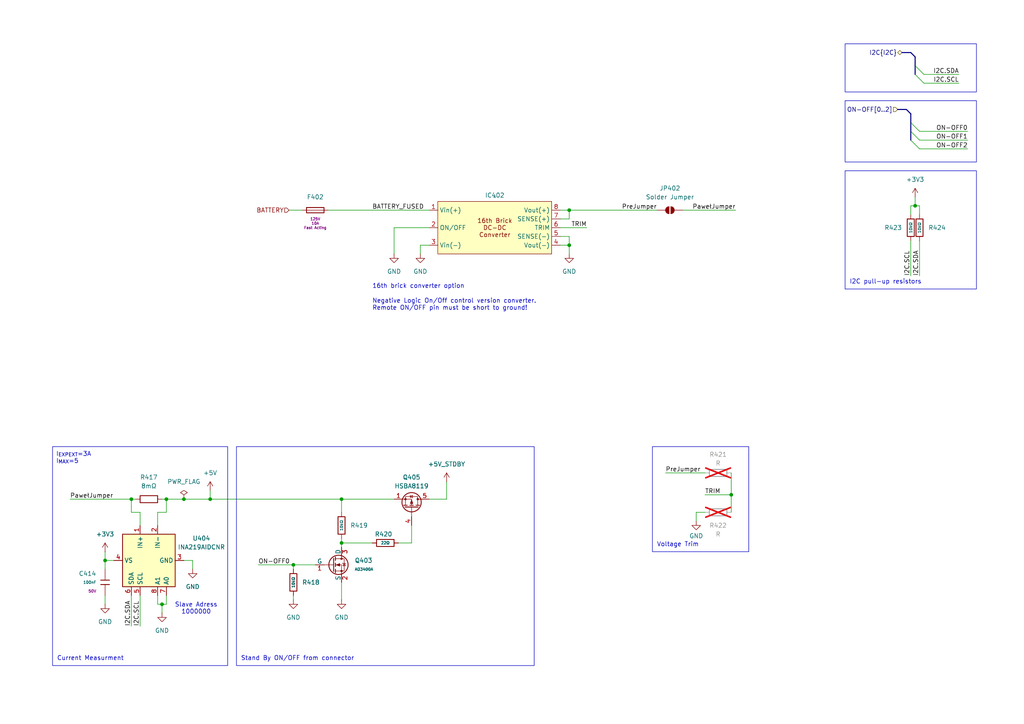
<source format=kicad_sch>
(kicad_sch (version 20250114) (generator "eeschema") (generator_version "9.0")
  (paper "A4")
  (lib_symbols
    (symbol "0402,10kΩ_1" (pin_numbers (hide yes)) (pin_names (offset 0))
      (property "Reference" "R" (at 1.778 0 0))
      (property "Value" "10kΩ" (at 0 0 90))
      (symbol "0402,10kΩ_1_0_1"
        (rectangle (start -1.016 2.54) (end 1.016 -2.54) (stroke (width 0.254)))
      )
      (symbol "0402,10kΩ_1_1_1"
        (pin passive line (at 0 3.81 270) (length 1.27) (name "~") (number "1"))
        (pin passive line (at 0 -3.81 90) (length 1.27) (name "~") (number "2"))
      )
    )
    (symbol "Brick_Converters:16th_Brick"
      (property "Reference" "IC" (at -16.51 8.89 0))
      (symbol "16th_Brick_1_0"
        (pin power_in line (at -19.05 5.08 0) (length 2.54) (name "Vin(+)") (number "1"))
        (pin input line (at -19.05 0 0) (length 2.54) (name "ON/OFF") (number "2"))
        (pin power_in line (at -19.05 -5.08 0) (length 2.54) (name "Vin(-)") (number "3"))
        (pin power_out line (at 19.05 5.08 180) (length 2.54) (name "Vout(+)") (number "8"))
        (pin input line (at 19.05 2.54 180) (length 2.54) (name "SENSE(+)") (number "7"))
        (pin input line (at 19.05 0 180) (length 2.54) (name "TRIM") (number "6"))
        (pin input line (at 19.05 -2.54 180) (length 2.54) (name "SENSE(-)") (number "5"))
        (pin power_in line (at 19.05 -5.08 180) (length 2.54) (name "Vout(-)") (number "4"))
      )
      (symbol "16th_Brick_1_1"
        (rectangle (start -16.51 7.62) (end 16.51 -7.62) (fill (type background)))
        (text "16th Brick\nDC-DC\nConverter" (at 0 0 0) (effects (font (size 1.27 1.27))))
      )
    )
    (symbol "Device:R" (pin_numbers (hide yes)) (pin_names (offset 0))
      (property "Reference" "R" (at 2.032 0 90))
      (property "Value" "R" (at 0 0 90))
      (symbol "R_0_1"
        (rectangle (start -1.016 -2.54) (end 1.016 2.54) (stroke (width 0.254)))
      )
      (symbol "R_1_1"
        (pin passive line (at 0 3.81 270) (length 1.27) (name "~") (number "1"))
        (pin passive line (at 0 -3.81 90) (length 1.27) (name "~") (number "2"))
      )
    )
    (symbol "FuseCustom:JFC2410FS-2100FS"
      (property "Reference" "F" (at -2.54 0 90))
      (property "Current Trigger" "10A" (at 3.81 0 90))
      (property "Voltage Rating" "125V" (at 2.54 0 90))
      (property "Time Sensitivity" "Fast Acting" (at 5.08 0 90))
      (symbol "JFC2410FS-2100FS_0_1"
        (rectangle (start -0.762 2.54) (end 0.762 -2.54) (stroke (width 0.254)))
        (polyline (pts (xy 0 2.54) (xy 0 -2.54)))
      )
      (symbol "JFC2410FS-2100FS_1_1"
        (pin passive line (at 0 3.81 270) (length 1.27) (name "~") (number "1"))
        (pin passive line (at 0 -3.81 90) (length 1.27) (name "~") (number "2"))
      )
    )
    (symbol "INA219AIDCNR:INA219AIDCNR"
      (property "Reference" "U" (at -6.35 8.89 0))
      (property "Value" "INA219AIDCNR" (at 7.62 8.89 0))
      (symbol "INA219AIDCNR_0_1"
        (rectangle (start -7.62 7.62) (end 7.62 -7.62) (stroke (width 0.254)) (fill (type background)))
      )
      (symbol "INA219AIDCNR_1_1"
        (pin input line (at -10.16 2.54 0) (length 2.54) (name "IN+") (number "1"))
        (pin input line (at -10.16 -2.54 0) (length 2.54) (name "IN-") (number "2"))
        (pin power_in line (at 0 10.16 270) (length 2.54) (name "VS") (number "4"))
        (pin power_in line (at 0 -10.16 90) (length 2.54) (name "GND") (number "3"))
        (pin bidirectional line (at 10.16 5.08 180) (length 2.54) (name "SDA") (number "6"))
        (pin input line (at 10.16 2.54 180) (length 2.54) (name "SCL") (number "5"))
        (pin input line (at 10.16 -2.54 180) (length 2.54) (name "A1") (number "8"))
        (pin input line (at 10.16 -5.08 180) (length 2.54) (name "A0") (number "7"))
      )
    )
    (symbol "Jumper:SolderJumper_2_Open" (pin_numbers (hide yes)) (pin_names (offset 0) (hide yes)) (in_bom no)
      (property "Reference" "JP" (at 0 2.032 0))
      (property "Value" "SolderJumper_2_Open" (at 0 -2.54 0))
      (symbol "SolderJumper_2_Open_0_1"
        (polyline (pts (xy -0.254 1.016) (xy -0.254 -1.016)))
        (arc (start -0.254 -1.016) (mid -1.2656 0) (end -0.254 1.016))
        (arc (start -0.254 -1.016) (mid -1.2656 0) (end -0.254 1.016) (fill (type outline)))
        (arc (start 0.254 1.016) (mid 1.2656 0) (end 0.254 -1.016))
        (arc (start 0.254 1.016) (mid 1.2656 0) (end 0.254 -1.016) (fill (type outline)))
        (polyline (pts (xy 0.254 1.016) (xy 0.254 -1.016)))
      )
      (symbol "SolderJumper_2_Open_1_1"
        (pin passive line (at -3.81 0 0) (length 2.54) (name "A") (number "1"))
        (pin passive line (at 3.81 0 180) (length 2.54) (name "B") (number "2"))
      )
    )
    (symbol "MCAC80P06YHE3:MCAC80P06YHE3"
      (property "Reference" "Q" (at 0 5.08 0))
      (property "Value" "HSBA8119" (at 0 3.048 0))
      (symbol "MCAC80P06YHE3_0_1"
        (polyline (pts (xy -2.54 0) (xy -1.778 0)))
        (polyline (pts (xy -2.286 -1.778) (xy -1.27 -1.778)) (stroke (width 0.254)))
        (polyline (pts (xy -1.905 -2.286) (xy 1.905 -2.286)) (stroke (width 0.254)))
        (circle (center -1.778 0) (radius 0.254) (fill (type outline)))
        (polyline (pts (xy -1.778 -1.778) (xy -1.778 0.762) (xy 1.778 0.762) (xy 1.778 -1.778)))
        (polyline (pts (xy -0.508 -1.778) (xy 0.508 -1.778)) (stroke (width 0.254)))
        (polyline (pts (xy 0 -0.254) (xy -0.381 -1.27) (xy 0.381 -1.27) (xy 0 -0.254)) (fill (type outline)))
        (circle (center 0 -0.889) (radius 2.794) (stroke (width 0.254)))
        (polyline (pts (xy 0 -2.286) (xy 0 -5.08)))
        (polyline (pts (xy 0.381 0.762) (xy -0.254 0.381) (xy -0.254 1.143) (xy 0.381 0.762)))
        (polyline (pts (xy 0.381 0.381) (xy 0.381 1.143)))
        (polyline (pts (xy 1.27 -1.778) (xy 2.286 -1.778)) (stroke (width 0.254)))
        (circle (center 1.778 0) (radius 0.254) (fill (type outline)))
        (polyline (pts (xy 2.54 0) (xy 0 0) (xy 0 -1.778)))
      )
      (symbol "MCAC80P06YHE3_1_0"
        (pin passive line (at -5.08 0 0) (length 2.54) (name "") (number "5"))
        (pin passive line (at -5.08 0 0) (length 2.54) (hide yes) (name "") (number "6"))
        (pin passive line (at -5.08 0 0) (length 2.54) (hide yes) (name "") (number "7"))
        (pin passive line (at -5.08 0 0) (length 2.54) (hide yes) (name "") (number "8"))
        (pin passive line (at -5.08 0 0) (length 2.54) (hide yes) (name "") (number "9"))
        (pin input line (at 0 -7.62 90) (length 2.54) (name "") (number "4"))
      )
      (symbol "MCAC80P06YHE3_1_1"
        (pin passive line (at 5.08 0 180) (length 2.54) (name "") (number "1"))
        (pin passive line (at 5.08 0 180) (length 2.54) (hide yes) (name "") (number "2"))
        (pin passive line (at 5.08 0 180) (length 2.54) (hide yes) (name "") (number "3"))
      )
    )
    (symbol "PCM_JLCPCB-Capacitors:0402,100nF,(2)" (pin_numbers (hide yes)) (pin_names (offset 0))
      (property "Reference" "C" (at 2.032 1.668 0))
      (property "Value" "100nF" (at 2.032 -0.3782 0))
      (property "Voltage Rated" "50V" (at 2.032 -2.0462 0))
      (symbol "0402,100nF,(2)_0_1"
        (polyline (pts (xy -1.27 0.635) (xy 1.27 0.635)) (stroke (width 0.254)))
        (polyline (pts (xy -1.27 -0.635) (xy 1.27 -0.635)) (stroke (width 0.254)))
      )
      (symbol "0402,100nF,(2)_1_1"
        (pin passive line (at 0 3.81 270) (length 3.175) (name "~") (number "1"))
        (pin passive line (at 0 -3.81 90) (length 3.175) (name "~") (number "2"))
      )
    )
    (symbol "PCM_JLCPCB-Resistors:0402,10kΩ" (pin_numbers (hide yes)) (pin_names (offset 0))
      (property "Reference" "R" (at 1.778 0 0))
      (property "Value" "10kΩ" (at 0 0 90))
      (symbol "0402,10kΩ_0_1"
        (rectangle (start -1.016 2.54) (end 1.016 -2.54) (stroke (width 0.254)))
      )
      (symbol "0402,10kΩ_1_1"
        (pin passive line (at 0 3.81 270) (length 1.27) (name "~") (number "1"))
        (pin passive line (at 0 -3.81 90) (length 1.27) (name "~") (number "2"))
      )
    )
    (symbol "PCM_JLCPCB-Resistors:0402,22Ω" (pin_numbers (hide yes)) (pin_names (offset 0))
      (property "Reference" "R" (at 1.778 0 0))
      (property "Value" "22Ω" (at 0 0 90))
      (symbol "0402,22Ω_0_1"
        (rectangle (start -1.016 2.54) (end 1.016 -2.54) (stroke (width 0.254)))
      )
      (symbol "0402,22Ω_1_1"
        (pin passive line (at 0 3.81 270) (length 1.27) (name "~") (number "1"))
        (pin passive line (at 0 -3.81 90) (length 1.27) (name "~") (number "2"))
      )
    )
    (symbol "PCM_JLCPCB-Transistors:NMOS,AO3400A" (pin_names (offset 0))
      (property "Reference" "Q" (at 4.8514 0.834 0))
      (property "Value" "AO3400A" (at 4.8514 -1.2122 0))
      (symbol "NMOS,AO3400A_0_1"
        (polyline (pts (xy 0.254 1.905) (xy 0.254 -1.905)) (stroke (width 0.254)))
        (polyline (pts (xy 0.254 0) (xy -2.54 0)))
        (polyline (pts (xy 0.762 2.286) (xy 0.762 1.27)) (stroke (width 0.254)))
        (polyline (pts (xy 0.762 0.508) (xy 0.762 -0.508)) (stroke (width 0.254)))
        (polyline (pts (xy 0.762 -1.27) (xy 0.762 -2.286)) (stroke (width 0.254)))
        (polyline (pts (xy 0.762 -1.778) (xy 3.302 -1.778) (xy 3.302 1.778) (xy 0.762 1.778)))
        (polyline (pts (xy 1.016 0) (xy 2.032 0.381) (xy 2.032 -0.381) (xy 1.016 0)) (fill (type outline)))
        (circle (center 1.651 0) (radius 2.794) (stroke (width 0.254)))
        (polyline (pts (xy 2.54 2.54) (xy 2.54 1.778)))
        (circle (center 2.54 1.778) (radius 0.254) (fill (type outline)))
        (circle (center 2.54 -1.778) (radius 0.254) (fill (type outline)))
        (polyline (pts (xy 2.54 -2.54) (xy 2.54 0) (xy 0.762 0)))
        (polyline (pts (xy 2.794 0.508) (xy 2.921 0.381) (xy 3.683 0.381) (xy 3.81 0.254)))
        (polyline (pts (xy 3.302 0.381) (xy 2.921 -0.254) (xy 3.683 -0.254) (xy 3.302 0.381)))
      )
      (symbol "NMOS,AO3400A_1_1"
        (pin input line (at -5.08 0 0) (length 2.54) (name "G") (number "1"))
        (pin passive line (at 2.54 5.08 270) (length 2.54) (name "D") (number "3"))
        (pin passive line (at 2.54 -5.08 90) (length 2.54) (name "S") (number "2"))
      )
    )
    (symbol "power:+3V3" (power) (pin_numbers (hide yes)) (pin_names (offset 0) (hide yes))
      (property "Value" "+3V3" (at 0 3.556 0))
      (symbol "+3V3_0_1"
        (polyline (pts (xy -0.762 1.27) (xy 0 2.54)))
        (polyline (pts (xy 0 2.54) (xy 0.762 1.27)))
        (polyline (pts (xy 0 0) (xy 0 2.54)))
      )
      (symbol "+3V3_1_1"
        (pin power_in line (at 0 0 90) (length 0) (name "~") (number "1"))
      )
    )
    (symbol "power:+5V" (power) (pin_numbers (hide yes)) (pin_names (offset 0) (hide yes))
      (property "Value" "+5V" (at 0 3.556 0))
      (symbol "+5V_0_1"
        (polyline (pts (xy -0.762 1.27) (xy 0 2.54)))
        (polyline (pts (xy 0 2.54) (xy 0.762 1.27)))
        (polyline (pts (xy 0 0) (xy 0 2.54)))
      )
      (symbol "+5V_1_1"
        (pin power_in line (at 0 0 90) (length 0) (name "~") (number "1"))
      )
    )
    (symbol "power:GND" (power) (pin_numbers (hide yes)) (pin_names (offset 0) (hide yes))
      (property "Value" "GND" (at 0 -3.81 0))
      (symbol "GND_0_1"
        (polyline (pts (xy 0 0) (xy 0 -1.27) (xy 1.27 -1.27) (xy 0 -2.54) (xy -1.27 -1.27) (xy 0 -1.27)))
      )
      (symbol "GND_1_1"
        (pin power_in line (at 0 0 270) (length 0) (name "~") (number "1"))
      )
    )
    (symbol "power:PWR_FLAG" (power) (pin_numbers (hide yes)) (pin_names (offset 0) (hide yes))
      (property "Value" "PWR_FLAG" (at 0 3.81 0))
      (symbol "PWR_FLAG_0_0"
        (pin power_out line (at 0 0 90) (length 0) (name "~") (number "1"))
      )
      (symbol "PWR_FLAG_0_1"
        (polyline (pts (xy 0 0) (xy 0 1.27) (xy -1.016 1.905) (xy 0 2.54) (xy 1.016 1.905) (xy 0 1.27)))
      )
    )
  )
  (rectangle (start 245.11 49.53) (end 283.21 83.82))
  (rectangle (start 15.24 129.54) (end 66.04 193.04))
  (rectangle (start 245.11 12.7) (end 283.21 26.67))
  (rectangle (start 68.58 129.54) (end 154.94 193.04))
  (rectangle (start 189.23 129.54) (end 217.17 160.02))
  (rectangle (start 245.11 29.21) (end 283.21 46.99))
  (text "Stand By ON/OFF from connector" (at 69.85 191.77 0) (effects (font (size 1.27 1.27)) (justify left bottom)))
  (text "I2C pull-up resistors" (at 246.38 82.55 0) (effects (font (size 1.27 1.27)) (justify left bottom)))
  (text "Slave Adress\n1000000" (at 56.896 176.53 0) (effects (font (size 1.27 1.27))))
  (text "Voltage Trim" (at 190.5 158.75 0) (effects (font (size 1.27 1.27)) (justify left bottom)))
  (text "Negative Logic On/Off control version converter.\nRemote ON/OFF pin must be short to ground!" (at 107.95 90.17 0) (effects (font (size 1.27 1.27)) (justify left bottom)))
  (text "Current Measurment" (at 16.51 191.77 0) (effects (font (size 1.27 1.27)) (justify left bottom)))
  (text "16th brick converter option" (at 107.95 83.82 0) (effects (font (size 1.27 1.27)) (justify left bottom)))
  (text "I_{EXPEXT}=3A\nI_{MAX}=5" (at 16.256 132.842 0) (effects (font (size 1.27 1.27)) (justify left)))
  (junction (at 60.96 144.78))
  (junction (at 212.09 143.51))
  (junction (at 165.1 71.12))
  (junction (at 165.1 60.96))
  (junction (at 265.43 59.69))
  (junction (at 99.06 157.48))
  (junction (at 38.1 144.78))
  (junction (at 46.99 175.26))
  (junction (at 85.09 163.83))
  (junction (at 48.26 144.78))
  (junction (at 99.06 144.78))
  (junction (at 30.48 162.56))
  (junction (at 53.34 144.78))
  (bus_entry (at 264.16 35.56) (size 2.54 2.54))
  (bus_entry (at 264.16 40.64) (size 2.54 2.54))
  (bus_entry (at 265.43 19.05) (size 2.54 2.54))
  (bus_entry (at 264.16 38.1) (size 2.54 2.54))
  (bus_entry (at 265.43 21.59) (size 2.54 2.54))
  (wire (pts (xy 201.93 148.59) (xy 204.47 148.59)))
  (wire (pts (xy 48.26 172.72) (xy 48.26 175.26)))
  (wire (pts (xy 60.96 142.24) (xy 60.96 144.78)))
  (wire (pts (xy 124.46 144.78) (xy 129.54 144.78)))
  (wire (pts (xy 53.34 144.78) (xy 60.96 144.78)))
  (wire (pts (xy 99.06 156.21) (xy 99.06 157.48)))
  (bus (pts (xy 264.16 33.02) (xy 264.16 35.56)))
  (wire (pts (xy 46.99 175.26) (xy 48.26 175.26)))
  (wire (pts (xy 165.1 63.5) (xy 165.1 60.96)))
  (wire (pts (xy 38.1 144.78) (xy 38.1 148.59)))
  (wire (pts (xy 45.72 175.26) (xy 46.99 175.26)))
  (wire (pts (xy 266.7 62.23) (xy 266.7 59.69)))
  (wire (pts (xy 267.97 21.59) (xy 278.13 21.59)))
  (wire (pts (xy 33.02 162.56) (xy 30.48 162.56)))
  (wire (pts (xy 165.1 71.12) (xy 165.1 68.58)))
  (wire (pts (xy 267.97 24.13) (xy 278.13 24.13)))
  (wire (pts (xy 266.7 38.1) (xy 280.67 38.1)))
  (wire (pts (xy 121.92 71.12) (xy 121.92 73.66)))
  (wire (pts (xy 30.48 162.56) (xy 30.48 165.1)))
  (wire (pts (xy 95.25 60.96) (xy 124.46 60.96)))
  (wire (pts (xy 60.96 144.78) (xy 99.06 144.78)))
  (wire (pts (xy 48.26 144.78) (xy 48.26 148.59)))
  (bus (pts (xy 264.16 35.56) (xy 264.16 38.1)))
  (wire (pts (xy 264.16 69.85) (xy 264.16 80.01)))
  (wire (pts (xy 265.43 57.15) (xy 265.43 59.69)))
  (wire (pts (xy 198.12 60.96) (xy 213.36 60.96)))
  (wire (pts (xy 53.34 162.56) (xy 55.88 162.56)))
  (wire (pts (xy 20.32 144.78) (xy 38.1 144.78)))
  (wire (pts (xy 99.06 144.78) (xy 99.06 148.59)))
  (wire (pts (xy 38.1 144.78) (xy 39.37 144.78)))
  (wire (pts (xy 212.09 137.16) (xy 212.09 143.51)))
  (wire (pts (xy 264.16 62.23) (xy 264.16 59.69)))
  (wire (pts (xy 266.7 59.69) (xy 265.43 59.69)))
  (wire (pts (xy 162.56 63.5) (xy 165.1 63.5)))
  (wire (pts (xy 46.99 175.26) (xy 46.99 177.8)))
  (wire (pts (xy 170.18 66.04) (xy 162.56 66.04)))
  (wire (pts (xy 165.1 60.96) (xy 162.56 60.96)))
  (wire (pts (xy 115.57 157.48) (xy 119.38 157.48)))
  (wire (pts (xy 83.82 60.96) (xy 87.63 60.96)))
  (bus (pts (xy 261.62 15.24) (xy 264.16 15.24)))
  (wire (pts (xy 85.09 163.83) (xy 85.09 165.1)))
  (wire (pts (xy 165.1 68.58) (xy 162.56 68.58)))
  (wire (pts (xy 266.7 40.64) (xy 280.67 40.64)))
  (bus (pts (xy 264.16 15.24) (xy 265.43 16.51)))
  (bus (pts (xy 265.43 16.51) (xy 265.43 19.05)))
  (wire (pts (xy 99.06 157.48) (xy 107.95 157.48)))
  (wire (pts (xy 204.47 143.51) (xy 212.09 143.51)))
  (wire (pts (xy 99.06 157.48) (xy 99.06 158.75)))
  (wire (pts (xy 201.93 148.59) (xy 201.93 151.13)))
  (wire (pts (xy 45.72 172.72) (xy 45.72 175.26)))
  (wire (pts (xy 114.3 66.04) (xy 124.46 66.04)))
  (wire (pts (xy 45.72 148.59) (xy 48.26 148.59)))
  (wire (pts (xy 30.48 172.72) (xy 30.48 175.26)))
  (wire (pts (xy 85.09 172.72) (xy 85.09 173.99)))
  (bus (pts (xy 262.89 31.75) (xy 264.16 33.02)))
  (wire (pts (xy 266.7 43.18) (xy 280.67 43.18)))
  (wire (pts (xy 40.64 172.72) (xy 40.64 181.61)))
  (wire (pts (xy 99.06 144.78) (xy 114.3 144.78)))
  (wire (pts (xy 264.16 59.69) (xy 265.43 59.69)))
  (wire (pts (xy 162.56 71.12) (xy 165.1 71.12)))
  (wire (pts (xy 45.72 148.59) (xy 45.72 152.4)))
  (wire (pts (xy 165.1 60.96) (xy 190.5 60.96)))
  (bus (pts (xy 260.35 31.75) (xy 262.89 31.75)))
  (wire (pts (xy 48.26 144.78) (xy 53.34 144.78)))
  (wire (pts (xy 266.7 69.85) (xy 266.7 80.01)))
  (wire (pts (xy 40.64 148.59) (xy 40.64 152.4)))
  (wire (pts (xy 119.38 152.4) (xy 119.38 157.48)))
  (wire (pts (xy 55.88 162.56) (xy 55.88 165.1)))
  (wire (pts (xy 114.3 66.04) (xy 114.3 73.66)))
  (wire (pts (xy 40.64 148.59) (xy 38.1 148.59)))
  (wire (pts (xy 30.48 160.02) (xy 30.48 162.56)))
  (wire (pts (xy 129.54 139.7) (xy 129.54 144.78)))
  (bus (pts (xy 265.43 19.05) (xy 265.43 21.59)))
  (wire (pts (xy 212.09 143.51) (xy 212.09 148.59)))
  (wire (pts (xy 85.09 163.83) (xy 91.44 163.83)))
  (wire (pts (xy 74.93 163.83) (xy 85.09 163.83)))
  (wire (pts (xy 124.46 71.12) (xy 121.92 71.12)))
  (bus (pts (xy 264.16 38.1) (xy 264.16 40.64)))
  (wire (pts (xy 38.1 172.72) (xy 38.1 181.61)))
  (wire (pts (xy 99.06 168.91) (xy 99.06 173.99)))
  (wire (pts (xy 46.99 144.78) (xy 48.26 144.78)))
  (wire (pts (xy 193.04 137.16) (xy 204.47 137.16)))
  (wire (pts (xy 165.1 73.66) (xy 165.1 71.12)))
  (label "ON-OFF0" (at 280.67 38.1 180))
  (label "I2C.SCL" (at 40.64 181.61 90))
  (label "ON-OFF1" (at 280.67 40.64 180))
  (label "PreJumper" (at 193.04 137.16 0))
  (label "PawełJumper" (at 213.36 60.96 180))
  (label "TRIM" (at 204.47 143.51 0))
  (label "I2C.SDA" (at 38.1 181.61 90))
  (label "I2C.SDA" (at 266.7 80.01 90))
  (label "ON-OFF0" (at 74.93 163.83 0))
  (label "I2C.SDA" (at 278.13 21.59 180))
  (label "ON-OFF2" (at 280.67 43.18 180))
  (label "TRIM" (at 170.18 66.04 180))
  (label "PawełJumper" (at 20.32 144.78 0))
  (label "I2C.SCL" (at 264.16 80.01 90))
  (label "I2C.SCL" (at 278.13 24.13 180))
  (label "PreJumper" (at 180.34 60.96 0))
  (label "BATTERY_FUSED" (at 107.95 60.96 0))
  (hierarchical_label "ON-OFF[0..2]" (shape input) (at 260.35 31.75 180))
  (hierarchical_label "BATTERY" (shape input) (at 83.82 60.96 180))
  (hierarchical_label "I2C{I2C}" (shape bidirectional) (at 261.62 15.24 180))
  (symbol (lib_id "MCAC80P06YHE3:MCAC80P06YHE3") (at 119.38 144.78 0) (mirror y) (unit 1)
    (property "Reference" "Q405" (at 119.38 138.43 0))
    (property "Value" "HSBA8119" (at 119.38 140.97 0))
    (property "Footprint" "DFN5060-8L:DFN5060-8L" (effects (hide yes)))
    (property "Datasheet" "https://www.lcsc.com/product-detail/C22359243.html" (effects (hide yes)))
    (property "Description" "80V 70A 145W 15mΩ@10V 2.5V@250uA 1 P-Channel PRPAK5x6-8L MOSFETs ROHS" (effects (hide yes)))
    (property "Manufacturer" "HUASHUO" (effects (hide yes)))
    (property "LCSC" "C22359243" (effects (hide yes)))
  )
  (symbol (lib_id "INA219AIDCNR:INA219AIDCNR") (at 43.18 162.56 90) (mirror x) (unit 1)
    (property "Reference" "U404" (at 58.42 156.1398 90))
    (property "Value" "INA219AIDCNR" (at 58.42 158.6798 90))
    (property "Footprint" "Package_TO_SOT_SMD:SOT-23-8" (effects (hide yes)))
    (property "Datasheet" "http://www.ti.com/lit/ds/symlink/ina219.pdf" (effects (hide yes)))
    (property "Description" "Zero-Drift, Bidirectional Current/Power Monitor (0-26V) With I2C Interface, SOT-23-8" (effects (hide yes)))
    (property "Manufacturer" "TI" (effects (hide yes)))
    (property "LCSC" "C87469" (effects (hide yes)))
    (property "Availability" "10482" (effects (hide yes)))
    (property "Price" "$ 0.56 / 1 pcs." (effects (hide yes)))
  )
  (symbol (lib_id "power:+3V3") (at 265.43 57.15 0) (unit 1)
    (property "Reference" "#PWR0491" (effects (hide yes)))
    (property "Value" "+3V3" (at 265.43 52.07 0))
    (property "Description" "Power symbol creates a global label with name \"+3V3\"" (effects (hide yes)))
  )
  (symbol (lib_id "power:GND") (at 165.1 73.66 0) (unit 1)
    (property "Reference" "#PWR0489" (effects (hide yes)))
    (property "Value" "GND" (at 165.1 78.74 0))
    (property "Description" "Power symbol creates a global label with name \"GND\" , ground" (effects (hide yes)))
  )
  (symbol (lib_id "power:GND") (at 99.06 173.99 0) (unit 1)
    (property "Reference" "#PWR0483" (effects (hide yes)))
    (property "Value" "GND" (at 99.06 179.07 0))
    (property "Description" "Power symbol creates a global label with name \"GND\" , ground" (effects (hide yes)))
  )
  (symbol (lib_id "power:GND") (at 55.88 165.1 0) (mirror y) (unit 1)
    (property "Reference" "#PWR0477" (effects (hide yes)))
    (property "Value" "GND" (at 55.88 170.18 0))
    (property "Description" "Power symbol creates a global label with name \"GND\" , ground" (effects (hide yes)))
  )
  (symbol (lib_name "0402,10kΩ_1") (lib_id "PCM_JLCPCB-Resistors:0402,10kΩ") (at 99.06 152.4 0) (unit 1)
    (property "Reference" "R419" (at 101.6 152.3999 0) (effects (justify left)))
    (property "Value" "10kΩ" (at 99.06 152.4 90) (effects (font (size 0.8 0.8))))
    (property "Footprint" "PCM_JLCPCB:R_0402" (effects (hide yes)))
    (property "Datasheet" "https://www.lcsc.com/datasheet/lcsc_datasheet_2411221126_UNI-ROYAL-Uniroyal-Elec-0402WGF1002TCE_C25744.pdf" (effects (hide yes)))
    (property "Description" "62.5mW Thick Film Resistors 50V ±100ppm/°C ±1% 10kΩ 0402 Chip Resistor - Surface Mount ROHS" (effects (hide yes)))
    (property "LCSC" "C25744" (effects (hide yes)))
    (property "Stock" "6144808" (effects (hide yes)))
    (property "Price" "0.004USD" (effects (hide yes)))
    (property "Process" "SMT" (effects (hide yes)))
    (property "Minimum Qty" "5" (effects (hide yes)))
    (property "Attrition Qty" "10" (effects (hide yes)))
    (property "Class" "Basic Component" (effects (hide yes)))
    (property "Category" "Resistors,Chip Resistor - Surface Mount" (effects (hide yes)))
    (property "Manufacturer" "UNI-ROYAL(Uniroyal Elec)" (effects (hide yes)))
    (property "Part" "0402WGF1002TCE" (effects (hide yes)))
    (property "Resistance" "10kΩ" (effects (hide yes)))
    (property "Power(Watts)" "62.5mW" (effects (hide yes)))
    (property "Type" "Thick Film Resistors" (effects (hide yes)))
    (property "Overload Voltage (Max)" "50V" (effects (hide yes)))
    (property "Operating Temperature Range" "-55°C~+155°C" (effects (hide yes)))
    (property "Tolerance" "±1%" (effects (hide yes)))
    (property "Temperature Coefficient" "±100ppm/°C" (effects (hide yes)))
  )
  (symbol (lib_id "Jumper:SolderJumper_2_Open") (at 194.31 60.96 0) (unit 1) (exclude_from_sim yes) (in_bom no)
    (property "Reference" "JP402" (at 194.31 54.61 0))
    (property "Value" "Solder Jumper" (at 194.31 57.15 0))
    (property "Footprint" "Jumper:SolderJumper-2_P1.3mm_Open_RoundedPad1.0x1.5mm" (effects (hide yes)))
    (property "Description" "Solder Jumper, 2-pole, open" (effects (hide yes)))
  )
  (symbol (lib_id "power:+3V3") (at 30.48 160.02 0) (unit 1)
    (property "Reference" "#PWR0474" (effects (hide yes)))
    (property "Value" "+3V3" (at 30.48 154.94 0))
    (property "Description" "Power symbol creates a global label with name \"+3V3\"" (effects (hide yes)))
  )
  (symbol (lib_id "Device:R") (at 208.28 148.59 90) (mirror x) (unit 1) (dnp yes)
    (property "Reference" "R422" (at 208.28 152.4 90))
    (property "Value" "R" (at 208.28 154.94 90))
    (property "Footprint" "PCM_JLCPCB:R_0402" (effects (hide yes)))
    (property "Description" "Resistor" (effects (hide yes)))
  )
  (symbol (lib_id "PCM_JLCPCB-Transistors:NMOS,AO3400A") (at 96.52 163.83 0) (unit 1)
    (property "Reference" "Q403" (at 102.87 162.5599 0) (effects (justify left)))
    (property "Value" "AO3400A" (at 102.87 165.1 0) (effects (font (size 0.8 0.8)) (justify left)))
    (property "Footprint" "PCM_JLCPCB:Q_SOT-23" (effects (hide yes)))
    (property "Datasheet" "https://www.lcsc.com/datasheet/lcsc_datasheet_1811081213_Alpha---Omega-Semicon-AO3400A_C20917.pdf" (effects (hide yes)))
    (property "Description" "30V 5.7A 26.5mΩ@10V,5.7A 1.4W 1.5V@250uA 1 N-Channel SOT-23-3L MOSFETs ROHS" (effects (hide yes)))
    (property "LCSC" "C20917" (effects (hide yes)))
    (property "Stock" "1046002" (effects (hide yes)))
    (property "Price" "0.088USD" (effects (hide yes)))
    (property "Process" "SMT" (effects (hide yes)))
    (property "Minimum Qty" "5" (effects (hide yes)))
    (property "Attrition Qty" "4" (effects (hide yes)))
    (property "Class" "Basic Component" (effects (hide yes)))
    (property "Category" "Transistors,MOSFETs" (effects (hide yes)))
    (property "Manufacturer" "Alpha & Omega Semicon" (effects (hide yes)))
    (property "Part" "AO3400A" (effects (hide yes)))
    (property "Continuous Drain Current (Id)" "5.7A" (effects (hide yes)))
    (property "Input Capacitance (Ciss@Vds)" "630pF@15V" (effects (hide yes)))
    (property "Operating Temperature" "-55°C~+150°C@(Tj)" (effects (hide yes)))
    (property "Type" "1 N-channel" (effects (hide yes)))
    (property "Drain Source Voltage (Vdss)" "30V" (effects (hide yes)))
    (property "Power Dissipation (Pd)" "1.4W" (effects (hide yes)))
    (property "Gate Threshold Voltage (Vgs(th)@Id)" "1.5V@250uA" (effects (hide yes)))
    (property "Drain Source On Resistance (RDS(on)@Vgs,Id)" "26.5mΩ@10V,5.7A" (effects (hide yes)))
    (property "Total Gate Charge (Qg@Vgs)" "7nC@4.5V" (effects (hide yes)))
  )
  (symbol (lib_id "PCM_JLCPCB-Resistors:0402,10kΩ") (at 264.16 66.04 0) (unit 1)
    (property "Reference" "R423" (at 261.62 66.0399 0) (effects (justify right)))
    (property "Value" "10kΩ" (at 264.16 66.04 90) (effects (font (size 0.8 0.8))))
    (property "Footprint" "PCM_JLCPCB:R_0402" (effects (hide yes)))
    (property "Datasheet" "https://www.lcsc.com/datasheet/lcsc_datasheet_2411221126_UNI-ROYAL-Uniroyal-Elec-0402WGF1002TCE_C25744.pdf" (effects (hide yes)))
    (property "Description" "62.5mW Thick Film Resistors 50V ±100ppm/°C ±1% 10kΩ 0402 Chip Resistor - Surface Mount ROHS" (effects (hide yes)))
    (property "LCSC" "C25744" (effects (hide yes)))
    (property "Stock" "24372091" (effects (hide yes)))
    (property "Price" "0.004USD" (effects (hide yes)))
    (property "Process" "SMT" (effects (hide yes)))
    (property "Minimum Qty" "20" (effects (hide yes)))
    (property "Attrition Qty" "10" (effects (hide yes)))
    (property "Class" "Basic Component" (effects (hide yes)))
    (property "Category" "Resistors,Chip Resistor - Surface Mount" (effects (hide yes)))
    (property "Manufacturer" "UNI-ROYAL(Uniroyal Elec)" (effects (hide yes)))
    (property "Part" "0402WGF1002TCE" (effects (hide yes)))
    (property "Resistance" "10kΩ" (effects (hide yes)))
    (property "Power(Watts)" "62.5mW" (effects (hide yes)))
    (property "Type" "Thick Film Resistors" (effects (hide yes)))
    (property "Overload Voltage (Max)" "50V" (effects (hide yes)))
    (property "Operating Temperature Range" "-55°C~+155°C" (effects (hide yes)))
    (property "Tolerance" "±1%" (effects (hide yes)))
    (property "Temperature Coefficient" "±100ppm/°C" (effects (hide yes)))
  )
  (symbol (lib_name "0402,10kΩ_1") (lib_id "PCM_JLCPCB-Resistors:0402,10kΩ") (at 85.09 168.91 0) (unit 1)
    (property "Reference" "R418" (at 87.63 168.9099 0) (effects (justify left)))
    (property "Value" "10kΩ" (at 85.09 168.91 90) (effects (font (size 0.8 0.8))))
    (property "Footprint" "PCM_JLCPCB:R_0402" (effects (hide yes)))
    (property "Datasheet" "https://www.lcsc.com/datasheet/lcsc_datasheet_2411221126_UNI-ROYAL-Uniroyal-Elec-0402WGF1002TCE_C25744.pdf" (effects (hide yes)))
    (property "Description" "62.5mW Thick Film Resistors 50V ±100ppm/°C ±1% 10kΩ 0402 Chip Resistor - Surface Mount ROHS" (effects (hide yes)))
    (property "LCSC" "C25744" (effects (hide yes)))
    (property "Stock" "6144808" (effects (hide yes)))
    (property "Price" "0.004USD" (effects (hide yes)))
    (property "Process" "SMT" (effects (hide yes)))
    (property "Minimum Qty" "5" (effects (hide yes)))
    (property "Attrition Qty" "10" (effects (hide yes)))
    (property "Class" "Basic Component" (effects (hide yes)))
    (property "Category" "Resistors,Chip Resistor - Surface Mount" (effects (hide yes)))
    (property "Manufacturer" "UNI-ROYAL(Uniroyal Elec)" (effects (hide yes)))
    (property "Part" "0402WGF1002TCE" (effects (hide yes)))
    (property "Resistance" "10kΩ" (effects (hide yes)))
    (property "Power(Watts)" "62.5mW" (effects (hide yes)))
    (property "Type" "Thick Film Resistors" (effects (hide yes)))
    (property "Overload Voltage (Max)" "50V" (effects (hide yes)))
    (property "Operating Temperature Range" "-55°C~+155°C" (effects (hide yes)))
    (property "Tolerance" "±1%" (effects (hide yes)))
    (property "Temperature Coefficient" "±100ppm/°C" (effects (hide yes)))
  )
  (symbol (lib_id "power:GND") (at 85.09 173.99 0) (unit 1)
    (property "Reference" "#PWR0482" (effects (hide yes)))
    (property "Value" "GND" (at 85.09 179.07 0))
    (property "Description" "Power symbol creates a global label with name \"GND\" , ground" (effects (hide yes)))
  )
  (symbol (lib_id "PCM_JLCPCB-Resistors:0402,22Ω") (at 111.76 157.48 90) (unit 1)
    (property "Reference" "R420" (at 111.252 154.94 90))
    (property "Value" "22Ω" (at 111.76 157.48 90) (effects (font (size 0.8 0.8))))
    (property "Footprint" "PCM_JLCPCB:R_0402" (effects (hide yes)))
    (property "Datasheet" "https://www.lcsc.com/datasheet/lcsc_datasheet_2205311900_UNI-ROYAL-Uniroyal-Elec-0402WGF220JTCE_C25092.pdf" (effects (hide yes)))
    (property "Description" "62.5mW Thick Film Resistors 50V ±1% ±100ppm/°C 22Ω 0402 Chip Resistor - Surface Mount ROHS" (effects (hide yes)))
    (property "LCSC" "C25092" (effects (hide yes)))
    (property "Stock" "1548152" (effects (hide yes)))
    (property "Price" "0.004USD" (effects (hide yes)))
    (property "Process" "SMT" (effects (hide yes)))
    (property "Minimum Qty" "20" (effects (hide yes)))
    (property "Attrition Qty" "10" (effects (hide yes)))
    (property "Class" "Basic Component" (effects (hide yes)))
    (property "Category" "Resistors,Chip Resistor - Surface Mount" (effects (hide yes)))
    (property "Manufacturer" "UNI-ROYAL(Uniroyal Elec)" (effects (hide yes)))
    (property "Part" "0402WGF220JTCE" (effects (hide yes)))
    (property "Resistance" "22Ω" (effects (hide yes)))
    (property "Power(Watts)" "62.5mW" (effects (hide yes)))
    (property "Type" "Thick Film Resistors" (effects (hide yes)))
    (property "Overload Voltage (Max)" "50V" (effects (hide yes)))
    (property "Operating Temperature Range" "-55°C~+155°C" (effects (hide yes)))
    (property "Tolerance" "±1%" (effects (hide yes)))
    (property "Temperature Coefficient" "±100ppm/°C" (effects (hide yes)))
  )
  (symbol (lib_id "power:GND") (at 201.93 151.13 0) (mirror y) (unit 1)
    (property "Reference" "#PWR0490" (effects (hide yes)))
    (property "Value" "GND" (at 201.93 155.448 0))
    (property "Description" "Power symbol creates a global label with name \"GND\" , ground" (effects (hide yes)))
  )
  (symbol (lib_id "power:+5V") (at 60.96 142.24 0) (unit 1)
    (property "Reference" "#PWR0478" (effects (hide yes)))
    (property "Value" "+5V" (at 60.96 137.16 0))
    (property "Description" "Power symbol creates a global label with name \"+5V\"" (effects (hide yes)))
  )
  (symbol (lib_id "Brick_Converters:16th_Brick") (at 143.51 66.04 0) (unit 1)
    (property "Reference" "IC402" (at 143.51 56.642 0))
    (property "Value" "~" (at 143.51 57.15 0))
    (property "Footprint" "Brick_Converter:16th DC-DC converter" (effects (hide yes)))
    (property "Description" "Sixteenth-Brick DC-DC Converter" (effects (hide yes)))
  )
  (symbol (lib_id "power:GND") (at 46.99 177.8 0) (unit 1)
    (property "Reference" "#PWR0476" (effects (hide yes)))
    (property "Value" "GND" (at 46.99 182.88 0))
    (property "Description" "Power symbol creates a global label with name \"GND\" , ground" (effects (hide yes)))
  )
  (symbol (lib_id "power:GND") (at 114.3 73.66 0) (mirror y) (unit 1)
    (property "Reference" "#PWR0484" (effects (hide yes)))
    (property "Value" "GND" (at 114.3 78.74 0))
    (property "Description" "Power symbol creates a global label with name \"GND\" , ground" (effects (hide yes)))
  )
  (symbol (lib_id "FuseCustom:JFC2410FS-2100FS") (at 91.44 60.96 270) (unit 1)
    (property "Reference" "F402" (at 91.44 57.15 90))
    (property "Value" "10A" (effects (hide yes)))
    (property "Footprint" "FuseCustom:Fuse_2410_6125" (effects (hide yes)))
    (property "Datasheet" "https://jlcpcb.com/api/file/downloadByFileSystemAccessId/8588899540782604288" (effects (hide yes)))
    (property "Description" "-55℃~+125℃ 10A 125V 125V 50A Surface Mount Fuse 2410 Disposable fuses ROHS" (effects (hide yes)))
    (property "Manufacturer" "Shenzhen JDT Fuse" (effects (hide yes)))
    (property "Name" "JFC2410FS-2100FS" (effects (hide yes)))
    (property "Package" "2410" (effects (hide yes)))
    (property "Current Trigger" "10A" (at 91.44 64.77 90) (effects (font (size 0.762 0.762))))
    (property "Voltage Rating" "125V" (at 91.44 63.5 90) (effects (font (size 0.762 0.762))))
    (property "Time Sensitivity" "Fast Acting" (at 91.44 66.04 90) (effects (font (size 0.762 0.762))))
    (property "Assembly Type" "SMT Assembly" (effects (hide yes)))
    (property "LCSC" "C136374" (effects (hide yes)))
  )
  (symbol (lib_id "Device:R") (at 208.28 137.16 270) (mirror x) (unit 1) (dnp yes)
    (property "Reference" "R421" (at 208.28 131.826 90))
    (property "Value" "R" (at 208.28 134.366 90))
    (property "Footprint" "PCM_JLCPCB:R_0402" (effects (hide yes)))
    (property "Description" "Resistor" (effects (hide yes)))
  )
  (symbol (lib_id "Device:R") (at 43.18 144.78 90) (unit 1)
    (property "Reference" "R417" (at 43.18 138.43 90))
    (property "Value" "8mΩ" (at 43.18 140.97 90))
    (property "Footprint" "PCM_JLCPCB:R_0805" (effects (hide yes)))
    (property "Datasheet" "https://jlcpcb.com/api/file/downloadByFileSystemAccessId/8589929491364945920" (effects (hide yes)))
    (property "Description" "500mW 8mΩ Current Sense Resistor Surface Mount ±1% ±150ppm/℃ 0805 Current Sense Resistors / Shunt Resistors ROHS" (effects (hide yes)))
    (property "Manufacturer" "ROHM Semicon" (effects (hide yes)))
    (property "Name" "PMR10EZPFU8L00" (effects (hide yes)))
    (property "LCSC" "C510284" (effects (hide yes)))
  )
  (symbol (lib_id "power:+5V") (at 129.54 139.7 0) (mirror y) (unit 1)
    (property "Reference" "#PWR0488" (effects (hide yes)))
    (property "Value" "+5V_STDBY" (at 129.54 134.62 0))
    (property "Description" "Power symbol creates a global label with name \"+5V\"" (effects (hide yes)))
  )
  (symbol (lib_id "PCM_JLCPCB-Capacitors:0402,100nF,(2)") (at 30.48 168.91 0) (unit 1)
    (property "Reference" "C414" (at 27.94 166.3699 0) (effects (justify right)))
    (property "Value" "100nF" (at 27.94 168.91 0) (effects (font (size 0.8 0.8)) (justify right)))
    (property "Footprint" "PCM_JLCPCB:C_0402" (effects (hide yes)))
    (property "Datasheet" "https://www.lcsc.com/datasheet/lcsc_datasheet_2304140030_Samsung-Electro-Mechanics-CL05B104KB54PNC_C307331.pdf" (effects (hide yes)))
    (property "Description" "50V 100nF X7R ±10% 0402 Multilayer Ceramic Capacitors MLCC - SMD/SMT ROHS" (effects (hide yes)))
    (property "LCSC" "C307331" (effects (hide yes)))
    (property "Stock" "8389599" (effects (hide yes)))
    (property "Price" "0.008USD" (effects (hide yes)))
    (property "Process" "SMT" (effects (hide yes)))
    (property "Minimum Qty" "20" (effects (hide yes)))
    (property "Attrition Qty" "10" (effects (hide yes)))
    (property "Class" "Basic Component" (effects (hide yes)))
    (property "Category" "Capacitors,Multilayer Ceramic Capacitors MLCC - SMD/SMT" (effects (hide yes)))
    (property "Manufacturer" "Samsung Electro-Mechanics" (effects (hide yes)))
    (property "Part" "CL05B104KB54PNC" (effects (hide yes)))
    (property "Voltage Rated" "50V" (at 27.94 171.45 0) (effects (font (size 0.8 0.8)) (justify right)))
    (property "Tolerance" "±10%" (effects (hide yes)))
    (property "Capacitance" "100nF" (effects (hide yes)))
    (property "Temperature Coefficient" "X7R" (effects (hide yes)))
  )
  (symbol (lib_id "PCM_JLCPCB-Resistors:0402,10kΩ") (at 266.7 66.04 0) (unit 1)
    (property "Reference" "R424" (at 269.24 66.0399 0) (effects (justify left)))
    (property "Value" "10kΩ" (at 266.7 66.04 90) (effects (font (size 0.8 0.8))))
    (property "Footprint" "PCM_JLCPCB:R_0402" (effects (hide yes)))
    (property "Datasheet" "https://www.lcsc.com/datasheet/lcsc_datasheet_2411221126_UNI-ROYAL-Uniroyal-Elec-0402WGF1002TCE_C25744.pdf" (effects (hide yes)))
    (property "Description" "62.5mW Thick Film Resistors 50V ±100ppm/°C ±1% 10kΩ 0402 Chip Resistor - Surface Mount ROHS" (effects (hide yes)))
    (property "LCSC" "C25744" (effects (hide yes)))
    (property "Stock" "24372091" (effects (hide yes)))
    (property "Price" "0.004USD" (effects (hide yes)))
    (property "Process" "SMT" (effects (hide yes)))
    (property "Minimum Qty" "20" (effects (hide yes)))
    (property "Attrition Qty" "10" (effects (hide yes)))
    (property "Class" "Basic Component" (effects (hide yes)))
    (property "Category" "Resistors,Chip Resistor - Surface Mount" (effects (hide yes)))
    (property "Manufacturer" "UNI-ROYAL(Uniroyal Elec)" (effects (hide yes)))
    (property "Part" "0402WGF1002TCE" (effects (hide yes)))
    (property "Resistance" "10kΩ" (effects (hide yes)))
    (property "Power(Watts)" "62.5mW" (effects (hide yes)))
    (property "Type" "Thick Film Resistors" (effects (hide yes)))
    (property "Overload Voltage (Max)" "50V" (effects (hide yes)))
    (property "Operating Temperature Range" "-55°C~+155°C" (effects (hide yes)))
    (property "Tolerance" "±1%" (effects (hide yes)))
    (property "Temperature Coefficient" "±100ppm/°C" (effects (hide yes)))
  )
  (symbol (lib_id "power:GND") (at 30.48 175.26 0) (unit 1)
    (property "Reference" "#PWR0475" (effects (hide yes)))
    (property "Value" "GND" (at 30.48 180.34 0))
    (property "Description" "Power symbol creates a global label with name \"GND\" , ground" (effects (hide yes)))
  )
  (symbol (lib_id "power:GND") (at 121.92 73.66 0) (unit 1)
    (property "Reference" "#PWR0485" (effects (hide yes)))
    (property "Value" "GND" (at 121.92 78.74 0))
    (property "Description" "Power symbol creates a global label with name \"GND\" , ground" (effects (hide yes)))
  )
  (symbol (lib_id "power:PWR_FLAG") (at 53.34 144.78 0) (unit 1)
    (property "Reference" "#FLG0401" (effects (hide yes)))
    (property "Value" "PWR_FLAG" (at 53.34 139.7 0))
    (property "Description" "Special symbol for telling ERC where power comes from" (effects (hide yes)))
  )
)
</source>
